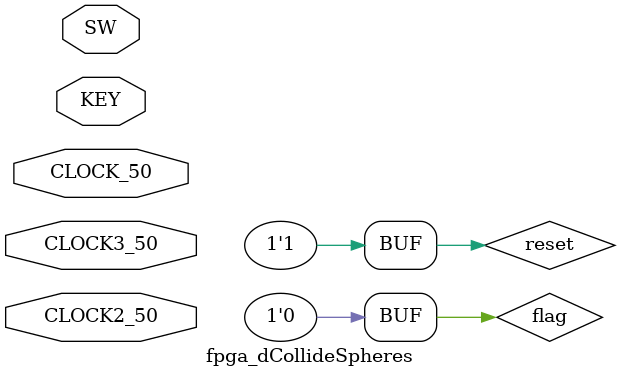
<source format=v>


module fpga_dCollideSpheres(

	//////////// CLOCK //////////
	CLOCK_50,
	CLOCK2_50,
	CLOCK3_50,

	//////////// KEY //////////
	KEY,
	SW
);

//=======================================================
//  PARAMETER declarations
//=======================================================


//=======================================================
//  PORT declarations
//=======================================================

//////////// CLOCK //////////
input 		          		CLOCK_50;
input 		          		CLOCK2_50;
input 		          		CLOCK3_50;

//////////// KEY //////////
input 		     [3:0]		KEY;
input 		          		SW;


//=======================================================
//  REG/WIRE declarations
//=======================================================

wire [31:0] rst_reg;
wire [31:0] x_reg;
wire [31:0] y_reg;
wire [31:0] z_reg;
wire [31:0] r_reg;
wire [31:0] side0_reg, side1_reg, side2_reg;
wire [31:0] lz_reg;
wire [31:0] r0_reg, r1_reg, r2_reg, r4_reg, r5_reg, r6_reg, r8_reg, r9_reg, r10_reg;
wire [31:0] outs [6:0];
wire key0;
wire ret_val, done_flag;
wire rst_data;
reg rst_wire;
reg [31:0] counter = 31'b0;
reg [31:0] debug = 31'b0;
reg reset = 1'b1;
reg flag = 1'b0;

// jtag signals
assign key0 = ~KEY[0];


//=======================================================
//  Structural coding
//=======================================================

//capsule
jtag_tx jtag0( .out_data(x_reg) );					 
jtag_tx jtag1( .out_data(y_reg) );
jtag_tx jtag2( .out_data(z_reg) );
jtag_tx jtag3( .out_data(r_reg) );
jtag_tx jtag4( .out_data(lz_reg) );
jtag_tx jtag5( .out_data(r2_reg) );
jtag_tx jtag6( .out_data(r6_reg) );
jtag_tx jtag7( .out_data(r10_reg) );
jtag_tx jtag8( .out_data(rst_reg) );	
jtag_debug jtag9(.in_debug(outs[0]));			//aabb0
jtag_debug jtag10(.in_debug(outs[1]));			//aabb1
jtag_debug jtag11(.in_debug(outs[2]));			//aabb2
jtag_debug jtag12(.in_debug(outs[3]));			//aabb3
jtag_debug jtag13(.in_debug(outs[4]));			//aabb4
jtag_debug jtag14(.in_debug(outs[5]));			//aabb5
jtag_debug jtag15(.in_debug(outs[6]));			//done
jtag_debug jtag16(.in_debug(debug));


capsule_computeAABB test0(
	.clk(CLOCK_50),
	.rst(rst_reg[0]),
	.x(x_reg), 
	.y(y_reg), 
	.z(z_reg),
	.lz(lz_reg), 
	.radius(r_reg),
	.r2(r2_reg), 
	.r6(r6_reg), 
	.r10(r10_reg),
	.aabb0(outs[0]),
	.aabb1(outs[1]),
	.aabb2(outs[2]),
	.aabb3(outs[3]),
	.aabb4(outs[4]),
	.aabb5(outs[5]),
	.done(outs[6])
);

/*/BOX
jtag_tx jtag0( .out_data(x_reg) );					 
jtag_tx jtag1( .out_data(y_reg) );
jtag_tx jtag2( .out_data(z_reg) );
jtag_tx jtag3( .out_data(side0_reg) );
jtag_tx jtag4( .out_data(side1_reg) );
jtag_tx jtag5( .out_data(side2_reg) );
jtag_tx jtag6( .out_data(r0_reg) );
jtag_tx jtag7( .out_data(r1_reg) );
jtag_tx jtag8( .out_data(r2_reg) );
jtag_tx jtag9( .out_data(r4_reg) );
jtag_tx jtag10( .out_data(r5_reg) );
jtag_tx jtag11( .out_data(r6_reg) );
jtag_tx jtag12( .out_data(r8_reg) );
jtag_tx jtag13( .out_data(r9_reg) );
jtag_tx jtag14( .out_data(r10_reg) );
jtag_tx jtag15( .out_data(rst_reg) );	
jtag_debug jtag16(.in_debug(outs[0]));			//aabb0
jtag_debug jtag17(.in_debug(outs[1]));			//aabb1
jtag_debug jtag18(.in_debug(outs[2]));			//aabb2
jtag_debug jtag19(.in_debug(outs[3]));			//aabb3
jtag_debug jtag20(.in_debug(outs[4]));			//aabb4
jtag_debug jtag21(.in_debug(outs[5]));			//aabb5
jtag_debug jtag22(.in_debug(outs[6]));			//done
jtag_debug jtag23(.in_debug(debug));

box_computeAABB test0(
	.clk(CLOCK_50),
	.rst(rst_reg[0]),
	.x(x_reg),
	.y(y_reg),
	.z(z_reg),
	.side0(side0_reg),
	.side1(side1_reg),
	.side2(side2_reg),
	.r0(r0_reg),
	.r1(r1_reg),
	.r2(r2_reg),
	.r4(r4_reg),
	.r5(r5_reg),
	.r6(r6_reg),
	.r8(r8_reg),
	.r9(r9_reg),
	.r10(r10_reg),
	.aabb0(outs[0]),
	.aabb1(outs[1]),
	.aabb2(outs[2]),
	.aabb3(outs[3]),
	.aabb4(outs[4]),
	.aabb5(outs[5]),
	.done(outs[6])
);
*/
/*
//SPHERE
jtag_tx jtag0( .out_data(x_reg) );					 
jtag_tx jtag1( .out_data(y_reg) );
jtag_tx jtag2( .out_data(z_reg) );
jtag_tx jtag3( .out_data(r_reg) );
jtag_tx jtag4( .out_data(rst_reg) );	
jtag_debug jtag5(.in_debug(outs[0]));			//aabb0
jtag_debug jtag6(.in_debug(outs[1]));			//aabb1
jtag_debug jtag7(.in_debug(outs[2]));			//aabb2
jtag_debug jtag8(.in_debug(outs[3]));			//aabb3
jtag_debug jtag9(.in_debug(outs[4]));			//aabb4
jtag_debug jtag10(.in_debug(outs[5]));			//aabb5
jtag_debug jtag11(.in_debug(outs[6]));			//done
jtag_debug jtag12(.in_debug(debug));

sphere_computeAABB test0(
	.clk(CLOCK_50),
	.rst(rst_reg[0]),
	.x(x_reg),
	.y(y_reg),
	.z(z_reg),
	.radius(r_reg),
	.aabb0(outs[0]),
	.aabb1(outs[1]),
	.aabb2(outs[2]),
	.aabb3(outs[3]),
	.aabb4(outs[4]),
	.aabb5(outs[5]),
	.done(outs[6])
);
*/
/*
dCollideSpheres test0(
	.x1(x1_reg), 
	.y1(y1_reg), 
	.z1(z1_reg), 
	.r1(r1_reg), 
	.x2(x2_reg), 
	.y2(y2_reg), 
	.z2(z2_reg), 
	.r2(r2_reg), 	
	.cx(outs[0]), 
	.cy(outs[1]), 
	.cz(outs[2]), 
	.normalx(outs[3]), 
	.normaly(outs[4]), 
	.normalz(outs[5]), 
	.depth(outs[6]), 
	.g1(32'd1), 
	.g2(32'd1), 
	.ret(outs[7]), 
	.clk(CLOCK_50), 
	.rst(rst_reg[0]), 
	.done(outs[8]),
	.test(check1),
	.test2(check2),
	.test3(check3),
   .test4(check4)
);
*/

always @(posedge CLOCK_50 or negedge rst_reg[0])
begin
if(rst_reg[0] == 1'b0)
begin
	counter <= 32'd0;
end
else
begin
	if(outs[6] == 1'b1)
	begin
		debug <= counter;	
	end
	else
	begin
		counter <= counter + 1;
	end
end	
end	

endmodule

</source>
